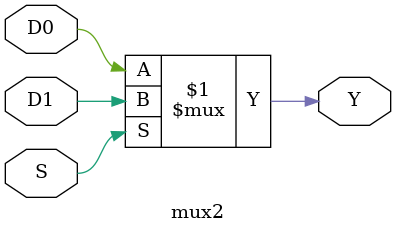
<source format=sv>
module mux2(D0, D1, S, Y);

input wire D0;
input wire D1;
input wire S;
output logic Y;

assign Y=(S)?D1:D0;

endmodule
</source>
